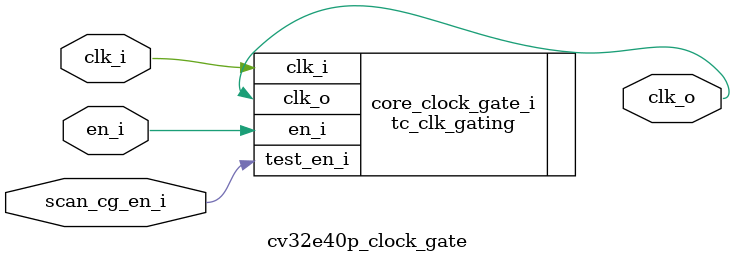
<source format=sv>

module cv32e40p_clock_gate (
  input  logic clk_i,
  input  logic en_i,
  input  logic scan_cg_en_i,
  output logic clk_o
);

  (* dont_touch *)
  tc_clk_gating core_clock_gate_i (
    .clk_i,
    .en_i,
    .test_en_i(scan_cg_en_i),
    .clk_o
  );

endmodule

</source>
